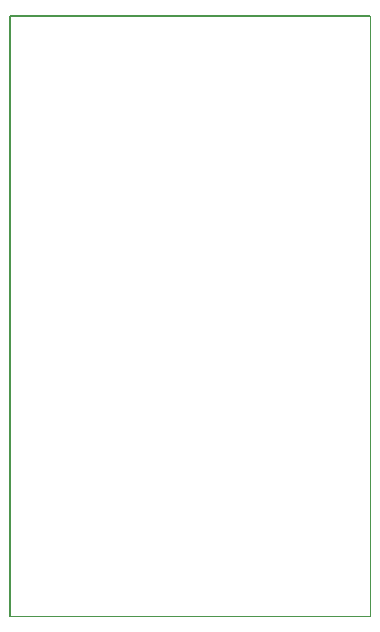
<source format=gbr>
G04 #@! TF.GenerationSoftware,KiCad,Pcbnew,(5.0.2)-1*
G04 #@! TF.CreationDate,2019-09-14T17:14:01-04:00*
G04 #@! TF.ProjectId,EPXX-GVS,45505858-2d47-4565-932e-6b696361645f,X2*
G04 #@! TF.SameCoordinates,Original*
G04 #@! TF.FileFunction,Profile,NP*
%FSLAX46Y46*%
G04 Gerber Fmt 4.6, Leading zero omitted, Abs format (unit mm)*
G04 Created by KiCad (PCBNEW (5.0.2)-1) date 9/14/2019 5:14:01 PM*
%MOMM*%
%LPD*%
G01*
G04 APERTURE LIST*
%ADD10C,0.100000*%
%ADD11C,0.200000*%
G04 APERTURE END LIST*
D10*
X30480000Y-50800000D02*
X0Y-50800000D01*
X30480000Y0D02*
X30480000Y-50800000D01*
D11*
X0Y-50800000D02*
X0Y0D01*
X0Y0D02*
X30480000Y0D01*
M02*

</source>
